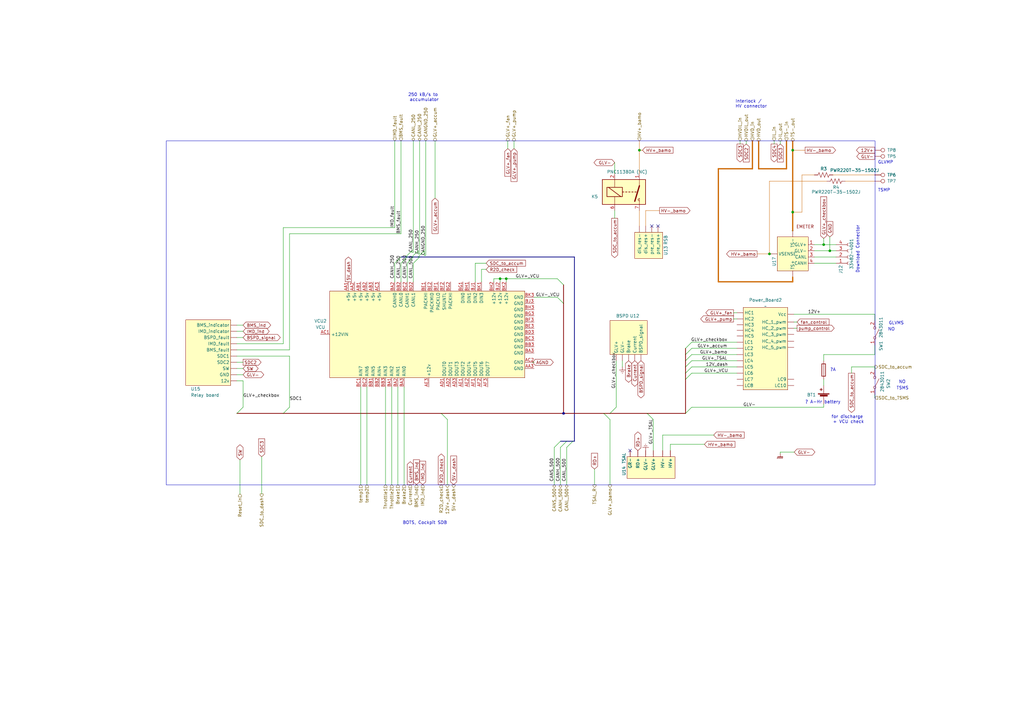
<source format=kicad_sch>
(kicad_sch (version 20231120) (generator "eeschema") (generator_version "8.0")
  (paper "A3")
  (title_block (title "SC FormulaE Electrical System"))
  (lib_symbols
    (symbol "Connector:Conn_01x04_Socket" (pin_names (offset 1.016) hide)
      (property "Reference" "J" (at 0 5.08 0))
      (property "Value" "Conn_01x04_Socket" (at 0 -7.62 0))
      (symbol "Conn_01x04_Socket_1_1"
        (arc (start 0 -4.572) (mid -0.5058 -5.08) (end 0 -5.588) (stroke (width 0.1524)))
        (arc (start 0 -2.032) (mid -0.5058 -2.54) (end 0 -3.048) (stroke (width 0.1524)))
        (polyline (pts (xy -1.27 -5.08) (xy -0.508 -5.08)) (stroke (width 0.1524)))
        (polyline (pts (xy -1.27 -2.54) (xy -0.508 -2.54)) (stroke (width 0.1524)))
        (polyline (pts (xy -1.27 0) (xy -0.508 0)) (stroke (width 0.1524)))
        (polyline (pts (xy -1.27 2.54) (xy -0.508 2.54)) (stroke (width 0.1524)))
        (arc (start 0 0.508) (mid -0.5058 0) (end 0 -0.508) (stroke (width 0.1524)))
        (arc (start 0 3.048) (mid -0.5058 2.54) (end 0 2.032) (stroke (width 0.1524)))
        (pin passive line (at -5.08 2.54 0) (length 3.81) (name "Pin_1") (number "1"))
        (pin passive line (at -5.08 0 0) (length 3.81) (name "Pin_2") (number "2"))
        (pin passive line (at -5.08 -2.54 0) (length 3.81) (name "Pin_3") (number "3"))
        (pin passive line (at -5.08 -5.08 0) (length 3.81) (name "Pin_4") (number "4"))
      )
    )
    (symbol "Connector:TestPoint" (pin_numbers hide) (pin_names (offset 0.762) hide)
      (property "Reference" "TP" (at 0 6.858 0))
      (property "Value" "TestPoint" (at 0 5.08 0))
      (symbol "TestPoint_0_1"
        (circle (center 0 3.302) (radius 0.762))
      )
      (symbol "TestPoint_1_1"
        (pin passive line (at 0 0 90) (length 2.54) (name "1") (number "1"))
      )
    )
    (symbol "Device:Battery_Cell" (pin_numbers hide) (pin_names (offset 0) hide)
      (property "Reference" "BT" (at 2.54 2.54 0))
      (property "Value" "Battery_Cell" (at 2.54 0 0))
      (symbol "Battery_Cell_0_1"
        (rectangle (start -2.286 1.778) (end 2.286 1.524) (fill (type outline)))
        (rectangle (start -1.5748 1.1938) (end 1.4732 0.6858) (fill (type outline)))
        (polyline (pts (xy 0 0.762) (xy 0 0)))
        (polyline (pts (xy 0 1.778) (xy 0 2.54)))
        (polyline (pts (xy 0.508 3.429) (xy 1.524 3.429)) (stroke (width 0.254)))
        (polyline (pts (xy 1.016 3.937) (xy 1.016 2.921)) (stroke (width 0.254)))
      )
      (symbol "Battery_Cell_1_1"
        (pin passive line (at 0 5.08 270) (length 2.54) (name "+") (number "1"))
        (pin passive line (at 0 -2.54 90) (length 2.54) (name "-") (number "2"))
      )
    )
    (symbol "Device:Fuse" (pin_numbers hide) (pin_names (offset 0))
      (property "Reference" "F" (at 2.032 0 90))
      (property "Value" "Fuse" (at -1.905 0 90))
      (symbol "Fuse_0_1"
        (rectangle (start -0.762 -2.54) (end 0.762 2.54) (stroke (width 0.254)))
        (polyline (pts (xy 0 2.54) (xy 0 -2.54)))
      )
      (symbol "Fuse_1_1"
        (pin passive line (at 0 3.81 270) (length 1.27) (name "~") (number "1"))
        (pin passive line (at 0 -3.81 90) (length 1.27) (name "~") (number "2"))
      )
    )
    (symbol "Device:R_US" (pin_numbers hide) (pin_names (offset 0))
      (property "Reference" "R" (at 2.54 0 90))
      (property "Value" "R_US" (at -2.54 0 90))
      (symbol "R_US_0_1"
        (polyline (pts (xy 0 -2.286) (xy 0 -2.54)))
        (polyline (pts (xy 0 2.286) (xy 0 2.54)))
        (polyline (pts (xy 0 -0.762) (xy 1.016 -1.143) (xy 0 -1.524) (xy -1.016 -1.905) (xy 0 -2.286)))
        (polyline (pts (xy 0 0.762) (xy 1.016 0.381) (xy 0 0) (xy -1.016 -0.381) (xy 0 -0.762)))
        (polyline (pts (xy 0 2.286) (xy 1.016 1.905) (xy 0 1.524) (xy -1.016 1.143) (xy 0 0.762)))
      )
      (symbol "R_US_1_1"
        (pin passive line (at 0 3.81 270) (length 1.27) (name "~") (number "1"))
        (pin passive line (at 0 -3.81 90) (length 1.27) (name "~") (number "2"))
      )
    )
    (symbol "FSAE:Emeter"
      (property "Reference" "U11" (at -7.62 15.875 90))
      (property "Value" "~" (at 0 3.175 0))
      (symbol "Emeter_0_1"
        (rectangle (start -6.35 19.685) (end 6.35 5.715) (fill (type background)))
        (text "EMETER\n\n" (at 5.08 2.54 0) (effects (font (size 1.27 1.27))))
      )
      (symbol "Emeter_1_1"
        (pin input line (at 0 22.225 270) (length 2.54) (name "TS+") (number ""))
        (pin input line (at 0 3.175 90) (length 2.54) (name "TS-") (number ""))
        (pin input line (at -8.89 12.7 0) (length 2.54) (name "VSENSE") (number ""))
        (pin input line (at 8.89 8.89 180) (length 2.54) (name "GLV+") (number "1"))
        (pin input line (at 8.89 11.43 180) (length 2.54) (name "GLV-") (number "2"))
        (pin bidirectional line (at 8.89 13.97 180) (length 2.54) (name "CANL") (number "3"))
        (pin bidirectional line (at 8.89 16.51 180) (length 2.54) (name "CANH") (number "4"))
      )
    )
    (symbol "FSAE:VCU"
      (property "Reference" "VCU3" (at -6.3186 48.26 90))
      (property "Value" "VCU" (at -3.7786 48.26 90))
      (symbol "VCU_0_1"
        (rectangle (start -17.78 44.45) (end 17.78 -35.56) (fill (type background)))
      )
      (symbol "VCU_1_1"
        (pin output line (at 21.59 36.83 180) (length 3.81) (name "+5v") (number "AA1"))
        (pin output line (at 21.59 34.29 180) (length 3.81) (name "+5v") (number "AA2"))
        (pin output line (at -13.97 -39.37 90) (length 3.81) (name "GND") (number "AA3"))
        (pin output line (at 21.59 31.75 180) (length 3.81) (name "+5v") (number "AB1"))
        (pin output line (at 21.59 29.21 180) (length 3.81) (name "+5v") (number "AB2"))
        (pin output line (at 21.59 26.67 180) (length 3.81) (name "+5v") (number "AB3"))
        (pin input line (at 0 48.26 270) (length 3.81) (name "+12VIN") (number "AC1"))
        (pin output line (at -11.43 -39.37 90) (length 3.81) (name "GND") (number "AC2"))
        (pin output line (at 21.59 24.13 180) (length 3.81) (name "+5v") (number "AC3"))
        (pin output line (at -21.59 -2.54 0) (length 3.81) (name "DOUT0") (number "AD1"))
        (pin output line (at -21.59 -5.08 0) (length 3.81) (name "DOUT1") (number "AD2"))
        (pin output line (at -21.59 -7.62 0) (length 3.81) (name "DOUT3") (number "AD3"))
        (pin output line (at -21.59 -10.16 0) (length 3.81) (name "DOUT2") (number "AE1"))
        (pin output line (at -21.59 -12.7 0) (length 3.81) (name "DOUT4") (number "AE2"))
        (pin output line (at -21.59 3.81 0) (length 3.81) (name "+12v") (number "AE3"))
        (pin output line (at -21.59 -15.24 0) (length 3.81) (name "DOUT5") (number "AF1"))
        (pin output line (at -21.59 -17.78 0) (length 3.81) (name "DOUT6") (number "AF2"))
        (pin output line (at -21.59 -20.32 0) (length 3.81) (name "DOUT7") (number "AF3"))
        (pin output line (at -21.59 19.05 0) (length 3.81) (name "AIN2") (number "BA1"))
        (pin output line (at -21.59 16.51 0) (length 3.81) (name "AIN1") (number "BA2"))
        (pin output line (at 21.59 17.78 180) (length 3.81) (name "CANH0") (number "BA2"))
        (pin output line (at -21.59 13.97 0) (length 3.81) (name "AIN0") (number "BA3"))
        (pin output line (at -7.62 -39.37 90) (length 3.81) (name "GND") (number "BA3"))
        (pin output line (at -21.59 26.67 0) (length 3.81) (name "AIN5") (number "BB1"))
        (pin output line (at -21.59 24.13 0) (length 3.81) (name "AIN4") (number "BB2"))
        (pin output line (at 21.59 15.24 180) (length 3.81) (name "CANL0") (number "BB2"))
        (pin output line (at -21.59 21.59 0) (length 3.81) (name "AIN3") (number "BB3"))
        (pin output line (at -5.08 -39.37 90) (length 3.81) (name "GND") (number "BB3"))
        (pin output line (at -21.59 31.75 0) (length 3.81) (name "AIN7") (number "BC1"))
        (pin output line (at -21.59 29.21 0) (length 3.81) (name "AIN6") (number "BC2"))
        (pin output line (at 21.59 12.7 180) (length 3.81) (name "CANH1") (number "BC2"))
        (pin output line (at -2.54 -39.37 90) (length 3.81) (name "GND") (number "BC3"))
        (pin output line (at 21.59 10.16 180) (length 3.81) (name "CANL1") (number "BD2"))
        (pin output line (at 0 -39.37 90) (length 3.81) (name "GND") (number "BD3"))
        (pin output line (at 21.59 5.08 180) (length 3.81) (name "PACKHI") (number "BE1"))
        (pin output line (at 21.59 2.54 180) (length 3.81) (name "PACKMID") (number "BE2"))
        (pin output line (at 2.54 -39.37 90) (length 3.81) (name "GND") (number "BE3"))
        (pin output line (at 21.59 0 180) (length 3.81) (name "PACKLO") (number "BF1"))
        (pin output line (at 21.59 -2.54 180) (length 3.81) (name "SHUNTL") (number "BF2"))
        (pin output line (at 5.08 -39.37 90) (length 3.81) (name "GND") (number "BF3"))
        (pin output line (at 21.59 -10.16 180) (length 3.81) (name "DIN0") (number "BG1"))
        (pin output line (at 21.59 -5.08 180) (length 3.81) (name "PACKHI") (number "BG2"))
        (pin output line (at 7.62 -39.37 90) (length 3.81) (name "GND") (number "BG3"))
        (pin output line (at 21.59 -12.7 180) (length 3.81) (name "DIN1") (number "BH1"))
        (pin output line (at 21.59 -22.86 180) (length 3.81) (name "+12v") (number "BH2"))
        (pin output line (at 10.16 -39.37 90) (length 3.81) (name "GND") (number "BH3"))
        (pin output line (at 21.59 -15.24 180) (length 3.81) (name "DIN2") (number "BJ1"))
        (pin output line (at 21.59 -25.4 180) (length 3.81) (name "+12v") (number "BJ2"))
        (pin output line (at 12.7 -39.37 90) (length 3.81) (name "GND") (number "BJ3"))
        (pin output line (at 21.59 -17.78 180) (length 3.81) (name "DIN3") (number "BK1"))
        (pin output line (at 21.59 -27.94 180) (length 3.81) (name "+12v") (number "BK2"))
        (pin output line (at 15.24 -39.37 90) (length 3.81) (name "GND") (number "BK3"))
      )
    )
    (symbol "Power_Board_1"
      (property "Reference" "Power_Board2" (at 14.224 30.48 0))
      (property "Value" "~" (at 14.224 27.94 0))
      (symbol "Power_Board_1_1_1"
        (rectangle (start 5.08 27.432) (end 23.368 -6.35) (fill (type background)))
        (pin input line (at 25.908 25.273 180) (length 2.54) (name "HC1") (number ""))
        (pin input line (at 25.908 22.733 180) (length 2.54) (name "HC2") (number ""))
        (pin input line (at 25.908 20.32 180) (length 2.54) (name "HC3") (number ""))
        (pin input line (at 25.908 18.034 180) (length 2.54) (name "HC4") (number ""))
        (pin input line (at 25.908 15.748 180) (length 2.54) (name "HC5") (number ""))
        (pin input line (at 2.54 21.463 0) (length 2.54) (name "HC_1_pwm") (number ""))
        (pin input line (at 2.54 18.923 0) (length 2.54) (name "HC_2_pwm") (number ""))
        (pin input line (at 2.54 16.383 0) (length 2.54) (name "HC_3_pwm") (number ""))
        (pin input line (at 2.54 13.589 0) (length 2.54) (name "HC_4_pwm") (number ""))
        (pin input line (at 2.54 11.049 0) (length 2.54) (name "HC_5_pwm") (number ""))
        (pin input line (at 25.908 13.208 180) (length 2.54) (name "LC1") (number ""))
        (pin input line (at 2.54 -4.572 0) (length 2.54) (name "LC10") (number ""))
        (pin input line (at 25.908 10.668 180) (length 2.54) (name "LC2") (number ""))
        (pin input line (at 25.908 8.128 180) (length 2.54) (name "LC3") (number ""))
        (pin input line (at 25.908 5.588 180) (length 2.54) (name "LC4") (number ""))
        (pin input line (at 25.908 3.048 180) (length 2.54) (name "LC5") (number ""))
        (pin input line (at 25.908 0.508 180) (length 2.54) (name "LC6") (number ""))
        (pin input line (at 25.908 -2.032 180) (length 2.54) (name "LC7") (number ""))
        (pin input line (at 25.908 -4.572 180) (length 2.54) (name "LC8") (number ""))
        (pin input line (at 2.54 -2.032 0) (length 2.54) (name "LC9") (number ""))
        (pin input line (at 2.54 24.638 0) (length 2.54) (name "Vcc") (number ""))
      )
    )
    (symbol "Random:BSPD"
      (property "Reference" "U" (at -3.81 5.08 0))
      (symbol "BSPD_1_1"
        (rectangle (start -6.35 3.81) (end 7.62 -11.43) (fill (type background)))
        (pin output line (at -8.89 -8.89 0) (length 2.54) (name "BSPD_signal") (number ""))
        (pin input line (at -8.89 -3.81 0) (length 2.54) (name "Brake") (number ""))
        (pin input line (at -8.89 -6.35 0) (length 2.54) (name "Current") (number ""))
        (pin input line (at -8.89 1.27 0) (length 2.54) (name "GLV+") (number ""))
        (pin input line (at -8.89 -1.27 0) (length 2.54) (name "GLV-") (number ""))
      )
    )
    (symbol "Random:RSB"
      (property "Reference" "U5" (at -5.715 6.985 0))
      (property "Value" "RSB" (at 0.635 6.985 0))
      (symbol "RSB_1_1"
        (rectangle (start -6.985 5.715) (end 3.81 -5.715) (fill (type background)))
        (pin input line (at 6.35 -1.27 180) (length 2.54) (name "dis_res+") (number ""))
        (pin input line (at 6.35 -3.81 180) (length 2.54) (name "dis_res-") (number ""))
        (pin input line (at 6.35 3.81 180) (length 2.54) (name "pre_res+") (number ""))
        (pin input line (at 6.35 1.27 180) (length 2.54) (name "pre_res-") (number ""))
      )
    )
    (symbol "Random:TSAL"
      (property "Reference" "U7" (at 12.7 0 0))
      (property "Value" "TSAL" (at 15.24 -2.54 0))
      (symbol "TSAL_1_1"
        (rectangle (start -8.255 4.445) (end 11.43 -4.445) (fill (type background)))
        (pin power_in line (at 0.635 -6.985 90) (length 2.54) (name "GLV+") (number ""))
        (pin power_in line (at 3.81 -6.985 90) (length 2.54) (name "GLV-") (number ""))
        (pin power_in line (at 10.16 -6.985 90) (length 2.54) (name "GR-") (number ""))
        (pin power_in line (at -6.35 -6.985 90) (length 2.54) (name "HV+") (number ""))
        (pin power_in line (at -3.175 -6.985 90) (length 2.54) (name "HV-") (number ""))
        (pin power_in line (at 6.985 -6.985 90) (length 2.54) (name "RD+") (number ""))
      )
    )
    (symbol "Relay:DIPxx-1Axx-11x"
      (property "Reference" "K" (at 8.89 3.81 0))
      (property "Value" "DIPxx-1Axx-11x" (at 8.89 1.27 0))
      (symbol "DIPxx-1Axx-11x_0_0"
        (polyline (pts (xy 5.08 5.08) (xy 5.08 2.54) (xy 4.445 3.175) (xy 5.08 3.81)))
      )
      (symbol "DIPxx-1Axx-11x_0_1"
        (rectangle (start -10.16 5.08) (end 7.62 -5.08) (stroke (width 0.254)) (fill (type background)))
        (rectangle (start -8.255 1.905) (end -1.905 -1.905) (stroke (width 0.254)))
        (polyline (pts (xy -7.62 -1.905) (xy -2.54 1.905)) (stroke (width 0.254)))
        (polyline (pts (xy -5.08 -5.08) (xy -5.08 -1.905)))
        (polyline (pts (xy -5.08 5.08) (xy -5.08 1.905)))
        (polyline (pts (xy -1.905 0) (xy -1.27 0)) (stroke (width 0.254)))
        (polyline (pts (xy -0.635 0) (xy 0 0)) (stroke (width 0.254)))
        (polyline (pts (xy 0.635 0) (xy 1.27 0)) (stroke (width 0.254)))
        (polyline (pts (xy 1.905 0) (xy 2.54 0)) (stroke (width 0.254)))
        (polyline (pts (xy 3.175 0) (xy 3.81 0)) (stroke (width 0.254)))
        (polyline (pts (xy 5.08 -2.54) (xy 3.175 3.81)) (stroke (width 0.508)))
        (polyline (pts (xy 5.08 -2.54) (xy 5.08 -5.08)))
      )
      (symbol "DIPxx-1Axx-11x_1_1"
        (pin passive line (at 5.08 -7.62 90) (length 2.54) (name "~") (number "1"))
        (pin passive line (at 5.08 -7.62 90) (length 2.54) hide (name "~") (number "14"))
        (pin passive line (at -5.08 -7.62 90) (length 2.54) (name "~") (number "2"))
        (pin passive line (at -5.08 7.62 270) (length 2.54) (name "~") (number "6"))
        (pin passive line (at 5.08 7.62 270) (length 2.54) (name "~") (number "7"))
        (pin passive line (at 5.08 7.62 270) (length 2.54) hide (name "~") (number "8"))
      )
    )
    (symbol "Relay_board_1"
      (property "Reference" "U14" (at -8.382 10.668 90))
      (property "Value" "Relay board" (at -10.922 10.668 90))
      (symbol "Relay_board_1_1_1"
        (rectangle (start -6.985 12.7) (end 19.939 -5.715) (fill (type background)))
        (pin power_in line (at -5.08 -8.255 90) (length 2.54) (name "12v") (number ""))
        (pin input line (at 7.62 -8.255 90) (length 2.54) (name "BMS_fault") (number ""))
        (pin output line (at 17.78 -8.255 90) (length 2.54) (name "BMS_indicator") (number ""))
        (pin input line (at 12.7 -8.255 90) (length 2.54) (name "BSPD_fault") (number ""))
        (pin power_in line (at -2.54 -8.255 90) (length 2.54) (name "GND") (number ""))
        (pin input line (at 10.16 -8.255 90) (length 2.54) (name "IMD_fault") (number ""))
        (pin output line (at 15.24 -8.255 90) (length 2.54) (name "IMD_indicator") (number ""))
        (pin input line (at 5.08 -8.255 90) (length 2.54) (name "SDC1") (number ""))
        (pin output line (at 2.54 -8.255 90) (length 2.54) (name "SDC2") (number ""))
        (pin input line (at 0 -8.255 90) (length 2.54) (name "SW") (number ""))
      )
    )
    (symbol "Switch:SW_SPST" (pin_names (offset 0) hide)
      (property "Reference" "SW" (at 0 3.175 0))
      (property "Value" "SW_SPST" (at 0 -2.54 0))
      (symbol "SW_SPST_0_0"
        (circle (center -2.032 0) (radius 0.508))
        (polyline (pts (xy -1.524 0.254) (xy 1.524 1.778)))
        (circle (center 2.032 0) (radius 0.508))
      )
      (symbol "SW_SPST_1_1"
        (pin passive line (at -5.08 0 0) (length 2.54) (name "A") (number "1"))
        (pin passive line (at 5.08 0 180) (length 2.54) (name "B") (number "2"))
      )
    )
    (symbol "power:Earth" (power) (pin_names (offset 0))
      (symbol "Earth_0_1"
        (polyline (pts (xy -0.635 -1.905) (xy 0.635 -1.905)))
        (polyline (pts (xy -0.127 -2.54) (xy 0.127 -2.54)))
        (polyline (pts (xy 0 -1.27) (xy 0 0)))
        (polyline (pts (xy 1.27 -1.27) (xy -1.27 -1.27)))
      )
      (symbol "Earth_1_1"
        (pin power_in line (at 0 0 270) (length 0) hide (name "Earth") (number "1"))
      )
    )
    (symbol "power:GNDPWR" (power) (pin_numbers hide) (pin_names (offset 0) hide)
      (property "Value" "GNDPWR" (at 0 -3.302 0))
      (symbol "GNDPWR_0_1"
        (polyline (pts (xy 0 -1.27) (xy 0 0)))
        (polyline (pts (xy -1.016 -1.27) (xy -1.27 -2.032) (xy -1.27 -2.032)) (stroke (width 0.2032)))
        (polyline (pts (xy -0.508 -1.27) (xy -0.762 -2.032) (xy -0.762 -2.032)) (stroke (width 0.2032)))
        (polyline (pts (xy 0 -1.27) (xy -0.254 -2.032) (xy -0.254 -2.032)) (stroke (width 0.2032)))
        (polyline (pts (xy 0.508 -1.27) (xy 0.254 -2.032) (xy 0.254 -2.032)) (stroke (width 0.2032)))
        (polyline (pts (xy 1.016 -1.27) (xy -1.016 -1.27) (xy -1.016 -1.27)) (stroke (width 0.2032)))
        (polyline (pts (xy 1.016 -1.27) (xy 0.762 -2.032) (xy 0.762 -2.032) (xy 0.762 -2.032)) (stroke (width 0.2032)))
      )
      (symbol "GNDPWR_1_1"
        (pin power_in line (at 0 0 270) (length 0) (name "~") (number "1"))
      )
    )
  )
  (junction (at 231.14 169.545))
  (junction (at 315.595 104.14))
  (junction (at 325.12 86.995))
  (junction (at 340.36 102.87))
  (junction (at 207.645 114.3))
  (junction (at 205.105 114.3))
  (junction (at 325.12 61.595))
  (junction (at 337.82 100.33))
  (junction (at 262.255 61.595))
  (no_connect (at 258.445 184.785))
  (no_connect (at 269.875 92.71))
  (no_connect (at 267.335 92.71))
  (bus_entry (at 265.43 169.545) (size 2.54 2.54))
  (bus_entry (at 232.41 180.975) (size -2.54 2.54))
  (bus_entry (at 250.19 169.545) (size 2.54 -2.54))
  (bus_entry (at 167.005 107.95) (size 2.54 -2.54))
  (bus_entry (at 161.925 107.95) (size 2.54 -2.54))
  (bus_entry (at 247.65 169.545) (size 2.54 2.54))
  (bus_entry (at 228.6 114.3) (size 2.54 2.54))
  (bus_entry (at 281.178 169.545) (size 2.54 -2.54))
  (bus_entry (at 169.545 107.95) (size 2.54 -2.54))
  (bus_entry (at 281.178 145.415) (size 2.54 -2.54))
  (bus_entry (at 228.6 121.92) (size 2.54 2.54))
  (bus_entry (at 281.178 153.035) (size 2.54 -2.54))
  (bus_entry (at 234.95 180.975) (size -2.54 2.54))
  (bus_entry (at 281.178 150.495) (size 2.54 -2.54))
  (bus_entry (at 164.465 107.95) (size 2.54 -2.54))
  (bus_entry (at 180.975 169.545) (size 2.54 2.54))
  (bus_entry (at 168.91 102.87) (size -2.54 2.54))
  (bus_entry (at 281.178 142.875) (size 2.54 -2.54))
  (bus_entry (at 281.178 155.575) (size 2.54 -2.54))
  (bus_entry (at 281.178 147.955) (size 2.54 -2.54))
  (bus_entry (at 171.45 105.41) (size 2.54 -2.54))
  (bus_entry (at 118.745 167.005) (size -2.54 2.54))
  (bus_entry (at 168.91 105.41) (size 2.54 -2.54))
  (bus_entry (at 229.87 180.975) (size -2.54 2.54))
  (bus_entry (at 99.695 167.005) (size -2.54 2.54))
  (wire (pts (xy 202.565 114.3) (xy 205.105 114.3)))
  (wire (pts (xy 147.955 198.755) (xy 147.955 158.75)))
  (wire (pts (xy 315.595 74.295) (xy 315.595 104.14)) (stroke (width 0) (color 204 102 0 1)))
  (bus (pts (xy 250.19 169.545) (xy 265.43 169.545)) (stroke (width 0) (color 132 0 0 1)))
  (wire (pts (xy 326.898 134.62) (xy 325.628 134.62)))
  (wire (pts (xy 197.485 110.49) (xy 197.485 115.57)))
  (wire (pts (xy 358.775 145.415) (xy 337.82 145.415)))
  (wire (pts (xy 174.625 104.775) (xy 174.625 57.785)))
  (bus (pts (xy 166.37 105.41) (xy 164.465 105.41)))
  (wire (pts (xy 326.898 132.08) (xy 325.628 132.08)))
  (wire (pts (xy 267.97 172.085) (xy 267.97 184.785)))
  (wire (pts (xy 302.26 145.415) (xy 283.718 145.415)))
  (wire (pts (xy 337.82 100.33) (xy 334.01 100.33)))
  (wire (pts (xy 283.718 150.495) (xy 302.26 150.495)))
  (wire (pts (xy 342.9 100.33) (xy 337.82 100.33)))
  (wire (pts (xy 340.36 97.155) (xy 340.36 102.87)))
  (bus (pts (xy 281.178 147.955) (xy 281.178 150.495)) (stroke (width 0) (color 132 0 0 1)))
  (wire (pts (xy 340.36 102.87) (xy 334.01 102.87)))
  (wire (pts (xy 168.91 103.505) (xy 168.91 102.87)))
  (wire (pts (xy 243.84 198.755) (xy 243.84 192.405)))
  (wire (pts (xy 97.155 151.13) (xy 99.695 151.13)))
  (wire (pts (xy 358.775 163.195) (xy 358.775 161.925)))
  (wire (pts (xy 165.735 158.75) (xy 165.735 198.755)))
  (wire (pts (xy 171.45 104.14) (xy 172.085 104.14)))
  (wire (pts (xy 107.315 187.325) (xy 107.315 202.565)))
  (wire (pts (xy 320.04 185.42) (xy 325.755 185.42)))
  (wire (pts (xy 262.255 92.71) (xy 262.255 86.36)) (stroke (width 0) (color 204 102 0 1)))
  (wire (pts (xy 99.695 156.21) (xy 99.695 167.005)))
  (wire (pts (xy 202.565 115.57) (xy 202.565 114.3)))
  (wire (pts (xy 99.695 148.59) (xy 97.155 148.59)))
  (wire (pts (xy 99.695 135.89) (xy 97.155 135.89)))
  (wire (pts (xy 341.63 71.755) (xy 358.775 71.755)) (stroke (width 0) (color 204 102 0 1)))
  (wire (pts (xy 210.82 57.785) (xy 210.82 60.96)))
  (wire (pts (xy 317.5 57.785) (xy 317.5 59.055)))
  (wire (pts (xy 322.58 69.215) (xy 322.58 57.785)) (stroke (width 0.508) (color 204 102 0 1)))
  (bus (pts (xy 180.975 169.545) (xy 116.205 169.545)) (stroke (width 0) (color 132 0 0 1)))
  (wire (pts (xy 118.745 146.05) (xy 118.745 167.005)))
  (wire (pts (xy 227.33 183.515) (xy 227.33 198.755)))
  (wire (pts (xy 205.105 114.3) (xy 207.645 114.3)))
  (wire (pts (xy 349.25 150.495) (xy 358.775 150.495)))
  (wire (pts (xy 274.955 184.785) (xy 274.955 182.245)))
  (wire (pts (xy 199.39 110.49) (xy 197.485 110.49)))
  (wire (pts (xy 171.45 104.14) (xy 171.45 102.87)))
  (wire (pts (xy 255.27 150.495) (xy 255.27 147.955)))
  (wire (pts (xy 116.205 93.345) (xy 161.925 93.345)))
  (wire (pts (xy 207.645 114.3) (xy 228.6 114.3)))
  (wire (pts (xy 320.04 57.785) (xy 320.04 59.055)))
  (wire (pts (xy 252.095 89.535) (xy 252.095 86.36)))
  (wire (pts (xy 358.775 150.495) (xy 358.775 151.765)))
  (wire (pts (xy 337.82 145.415) (xy 337.82 147.955)))
  (bus (pts (xy 231.14 124.46) (xy 231.14 169.545)) (stroke (width 0) (color 132 0 0 1)))
  (wire (pts (xy 150.495 158.75) (xy 150.495 198.755)))
  (wire (pts (xy 262.255 71.12) (xy 262.255 61.595)) (stroke (width 0) (color 204 102 0 1)))
  (wire (pts (xy 358.775 128.905) (xy 358.775 131.445)))
  (wire (pts (xy 99.695 133.35) (xy 97.155 133.35)))
  (wire (pts (xy 349.25 153.035) (xy 349.25 150.495)))
  (wire (pts (xy 337.82 158.115) (xy 337.82 155.575)))
  (wire (pts (xy 310.515 104.14) (xy 315.595 104.14)) (stroke (width 0) (color 204 102 0 1)))
  (wire (pts (xy 219.075 148.59) (xy 218.44 148.59)))
  (wire (pts (xy 172.085 104.14) (xy 172.085 57.785)))
  (wire (pts (xy 116.205 140.97) (xy 116.205 93.345)))
  (bus (pts (xy 281.178 153.035) (xy 281.178 155.575)) (stroke (width 0) (color 132 0 0 1)))
  (wire (pts (xy 283.718 153.035) (xy 302.26 153.035)))
  (wire (pts (xy 325.12 86.995) (xy 325.12 94.615)) (stroke (width 0.508) (color 204 102 0 1)))
  (wire (pts (xy 315.595 104.14) (xy 316.23 104.14)) (stroke (width 0) (color 204 102 0 1)))
  (wire (pts (xy 358.775 141.605) (xy 358.775 145.415)))
  (wire (pts (xy 308.61 69.215) (xy 308.61 57.785)) (stroke (width 0.508) (color 204 102 0 1)))
  (wire (pts (xy 325.12 61.595) (xy 325.12 86.995)) (stroke (width 0.508) (color 204 102 0 1)))
  (wire (pts (xy 250.19 172.085) (xy 250.19 198.755)))
  (wire (pts (xy 325.12 115.57) (xy 325.12 113.665)) (stroke (width 0.508) (color 204 102 0 1)))
  (wire (pts (xy 270.51 86.36) (xy 264.795 86.36)) (stroke (width 0) (color 204 102 0 1)))
  (wire (pts (xy 322.58 69.215) (xy 311.15 69.215)) (stroke (width 0.508) (color 204 102 0 1)))
  (wire (pts (xy 264.795 92.71) (xy 264.795 86.36)) (stroke (width 0) (color 204 102 0 1)))
  (wire (pts (xy 178.435 57.785) (xy 178.435 81.28)))
  (wire (pts (xy 169.545 103.505) (xy 169.545 57.785)))
  (wire (pts (xy 98.425 188.595) (xy 98.425 202.565)))
  (bus (pts (xy 169.545 105.41) (xy 168.91 105.41)))
  (wire (pts (xy 252.73 167.005) (xy 252.73 147.955)))
  (wire (pts (xy 271.78 178.435) (xy 271.78 184.785)))
  (wire (pts (xy 274.955 182.245) (xy 288.925 182.245)))
  (wire (pts (xy 294.64 115.57) (xy 325.12 115.57)) (stroke (width 0.508) (color 204 102 0 1)))
  (bus (pts (xy 281.178 142.875) (xy 281.178 145.415)) (stroke (width 0) (color 132 0 0 1)))
  (bus (pts (xy 235.585 180.975) (xy 234.95 180.975)))
  (wire (pts (xy 232.41 183.515) (xy 232.41 198.755)))
  (wire (pts (xy 97.155 153.67) (xy 99.695 153.67)))
  (bus (pts (xy 171.45 105.41) (xy 172.085 105.41)))
  (wire (pts (xy 337.82 167.005) (xy 337.82 165.735)))
  (wire (pts (xy 306.07 59.055) (xy 306.07 57.785)))
  (bus (pts (xy 231.14 169.545) (xy 247.65 169.545)) (stroke (width 0) (color 132 0 0 1)))
  (wire (pts (xy 311.15 69.215) (xy 311.15 57.785)) (stroke (width 0.508) (color 204 102 0 1)))
  (bus (pts (xy 168.91 105.41) (xy 167.005 105.41)))
  (bus (pts (xy 281.178 145.415) (xy 281.178 147.955)) (stroke (width 0) (color 132 0 0 1)))
  (wire (pts (xy 118.745 95.885) (xy 118.745 143.51)))
  (wire (pts (xy 328.93 71.755) (xy 328.93 86.995)) (stroke (width 0) (color 204 102 0 1)))
  (wire (pts (xy 334.01 107.95) (xy 342.9 107.95)))
  (bus (pts (xy 167.005 105.41) (xy 166.37 105.41)))
  (wire (pts (xy 164.465 95.885) (xy 118.745 95.885)))
  (wire (pts (xy 161.925 57.785) (xy 161.925 93.345)))
  (wire (pts (xy 283.718 147.955) (xy 302.26 147.955)))
  (wire (pts (xy 271.78 178.435) (xy 292.735 178.435)))
  (wire (pts (xy 99.695 138.43) (xy 97.155 138.43)))
  (wire (pts (xy 328.93 86.995) (xy 325.12 86.995)) (stroke (width 0) (color 204 102 0 1)))
  (bus (pts (xy 169.545 105.41) (xy 171.45 105.41)))
  (wire (pts (xy 302.26 142.875) (xy 283.718 142.875)))
  (wire (pts (xy 158.115 158.75) (xy 158.115 198.755)))
  (wire (pts (xy 346.71 74.295) (xy 358.775 74.295)) (stroke (width 0) (color 204 102 0 1)))
  (wire (pts (xy 173.99 104.775) (xy 174.625 104.775)))
  (wire (pts (xy 262.255 61.595) (xy 263.525 61.595)) (stroke (width 0) (color 204 102 0 1)))
  (bus (pts (xy 232.41 180.975) (xy 229.87 180.975)))
  (wire (pts (xy 183.515 172.085) (xy 183.515 198.755)))
  (wire (pts (xy 342.9 102.87) (xy 340.36 102.87)))
  (bus (pts (xy 235.585 105.41) (xy 235.585 180.975)))
  (wire (pts (xy 283.718 140.335) (xy 302.26 140.335)))
  (wire (pts (xy 300.863 128.27) (xy 302.26 128.27)))
  (wire (pts (xy 207.645 115.57) (xy 207.645 114.3)))
  (wire (pts (xy 300.863 130.81) (xy 302.26 130.81)))
  (bus (pts (xy 180.975 169.545) (xy 231.14 169.545)) (stroke (width 0) (color 132 0 0 1)))
  (wire (pts (xy 337.82 97.79) (xy 337.82 100.33)))
  (wire (pts (xy 173.99 104.775) (xy 173.99 102.87)))
  (wire (pts (xy 325.628 128.905) (xy 358.775 128.905)))
  (wire (pts (xy 167.005 107.95) (xy 167.005 115.57)))
  (wire (pts (xy 328.93 71.755) (xy 334.01 71.755)) (stroke (width 0) (color 204 102 0 1)))
  (bus (pts (xy 281.178 169.545) (xy 281.178 155.575)) (stroke (width 0) (color 132 0 0 1)))
  (wire (pts (xy 205.105 115.57) (xy 205.105 114.3)))
  (wire (pts (xy 342.9 105.41) (xy 334.01 105.41)))
  (wire (pts (xy 320.04 186.055) (xy 320.04 185.42)))
  (wire (pts (xy 161.925 107.95) (xy 161.925 115.57)))
  (wire (pts (xy 164.465 107.95) (xy 164.465 115.57)))
  (wire (pts (xy 219.075 121.92) (xy 228.6 121.92)))
  (wire (pts (xy 97.155 146.05) (xy 118.745 146.05)))
  (wire (pts (xy 325.12 57.785) (xy 325.12 61.595)) (stroke (width 0.508) (color 204 102 0 1)))
  (bus (pts (xy 281.178 150.495) (xy 281.178 153.035)) (stroke (width 0) (color 132 0 0 1)))
  (bus (pts (xy 234.95 180.975) (xy 232.41 180.975)))
  (wire (pts (xy 294.64 69.215) (xy 308.61 69.215)) (stroke (width 0.508) (color 204 102 0 1)))
  (bus (pts (xy 172.085 105.41) (xy 235.585 105.41)))
  (wire (pts (xy 168.91 103.505) (xy 169.545 103.505)))
  (wire (pts (xy 229.87 183.515) (xy 229.87 198.755)))
  (wire (pts (xy 116.205 140.97) (xy 97.155 140.97)))
  (wire (pts (xy 337.82 167.005) (xy 283.718 167.005)))
  (wire (pts (xy 294.64 69.215) (xy 294.64 115.57)) (stroke (width 0.508) (color 204 102 0 1)))
  (wire (pts (xy 97.155 143.51) (xy 118.745 143.51)))
  (bus (pts (xy 97.155 169.545) (xy 116.205 169.545)) (stroke (width 0) (color 132 0 0 1)))
  (wire (pts (xy 194.945 107.95) (xy 194.945 115.57)))
  (wire (pts (xy 163.195 158.75) (xy 163.195 198.755)))
  (wire (pts (xy 208.28 57.785) (xy 208.28 60.96)))
  (bus (pts (xy 247.65 169.545) (xy 250.19 169.545)) (stroke (width 0) (color 132 0 0 1)))
  (wire (pts (xy 262.255 61.595) (xy 262.255 57.785)) (stroke (width 0) (color 204 102 0 1)))
  (wire (pts (xy 330.2 61.595) (xy 325.12 61.595)) (stroke (width 0) (color 204 102 0 1)))
  (wire (pts (xy 303.53 59.055) (xy 303.53 57.785)))
  (wire (pts (xy 169.545 107.95) (xy 169.545 115.57)))
  (wire (pts (xy 199.39 107.95) (xy 194.945 107.95)))
  (wire (pts (xy 164.465 57.785) (xy 164.465 95.885)))
  (bus (pts (xy 265.43 169.545) (xy 281.178 169.545)) (stroke (width 0) (color 132 0 0 1)))
  (wire (pts (xy 160.655 158.75) (xy 160.655 198.755)))
  (wire (pts (xy 97.155 156.21) (xy 99.695 156.21)))
  (wire (pts (xy 252.095 71.12) (xy 252.095 66.675)))
  (bus (pts (xy 231.14 116.84) (xy 231.14 124.46)) (stroke (width 0) (color 132 0 0 1)))
  (wire (pts (xy 315.595 74.295) (xy 339.09 74.295)) (stroke (width 0) (color 204 102 0 1)))
  (rectangle (start 68.199 57.785) (end 358.902 198.882))
  (text "BOTS, Cockpit SDB" (at 165.1 215.265 0) (effects (font (size 1.27 1.27)) (justify left bottom)))
  (text "GLVMP" (at 363.22 66.675 0) (effects (font (size 1.27 1.27))))
  (text "TSMP" (at 362.585 78.105 0) (effects (font (size 1.27 1.27))))
  (text "NO" (at 367.03 135.89 0) (effects (font (size 1.27 1.27)) (justify right bottom)))
  (text "Interlock / \nHV connector" (at 301.625 44.45 0) (effects (font (size 1.27 1.27)) (justify left bottom)))
  (text "?A\n" (at 341.63 151.765 0) (effects (font (size 1.27 1.27))))
  (text "Download Connector" (at 351.79 102.235 90) (effects (font (size 1.27 1.27))))
  (text "TSMS\n" (at 367.665 160.02 0) (effects (font (size 1.27 1.27)) (justify left bottom)))
  (text "? A-Hr battery" (at 330.2 165.735 0) (effects (font (size 1.27 1.27)) (justify left bottom)))
  (text "for discharge \n+ VCU check" (at 347.98 172.085 0) (effects (font (size 1.27 1.27))))
  (text "NO" (at 371.475 157.48 0) (effects (font (size 1.27 1.27)) (justify right bottom)))
  (text "GLVMS" (at 364.49 133.35 0) (effects (font (size 1.27 1.27)) (justify left bottom)))
  (text "250 kB/s to \naccumulator" (at 173.99 40.005 0) (effects (font (size 1.27 1.27))))
  (label "GLV+_VCU" (at 288.798 153.035 0))
  (label "GLV+_checkbox" (at 298.323 140.335 180))
  (label "SDC1" (at 118.745 164.465 0))
  (label "CANL_250" (at 169.545 103.505 90))
  (label "12V_dash" (at 289.433 150.495 0))
  (label "GLV+_bamo" (at 298.323 145.415 180))
  (label "CANH_500" (at 167.005 114.3 90))
  (label "GLV-_VCU" (at 219.71 121.92 0))
  (label "GLV+_accum" (at 298.323 142.875 180))
  (label "CANH_250" (at 172.085 104.14 90))
  (label "IMD_fault" (at 161.925 93.345 90))
  (label "GLV+_checkbox" (at 99.695 163.195 0))
  (label "CANL_250" (at 164.465 114.3 90))
  (label "GLV+_VCU" (at 211.455 114.3 0))
  (label "BMS_fault" (at 164.465 95.885 90))
  (label "CANH_500" (at 229.87 197.485 90))
  (label "GLV+_TSAL" (at 267.97 182.245 90))
  (label "GLV-" (at 304.8 167.005 0))
  (label "CANGND_250" (at 174.625 104.775 90))
  (label "CANL_500" (at 169.545 114.3 90))
  (label "CANH_250" (at 161.925 114.3 90))
  (label "12V+" (at 331.343 128.905 0))
  (label "CANS_500" (at 227.33 197.485 90))
  (label "GLV+_checkbox" (at 252.73 159.385 90))
  (label "GLV+_TSAL" (at 298.323 147.955 180))
  (label "CANL_500" (at 232.41 197.485 90))
  (global_label "12V+" (shape output) (at 358.775 61.595 180) (property "Intersheetrefs" "${INTERSHEET_REFS}" (effects (hide yes))))
  (global_label "RD+" (shape bidirectional) (at 261.62 184.785 90) (property "Intersheetrefs" "${INTERSHEET_REFS}" (effects (hide yes))))
  (global_label "IMD_ind" (shape input) (at 173.355 198.755 90) (property "Intersheetrefs" "${INTERSHEET_REFS}" (effects (hide yes))))
  (global_label "SDC_to_accum" (shape output) (at 349.25 153.035 270) (property "Intersheetrefs" "${INTERSHEET_REFS}" (effects (hide yes))))
  (global_label "IMD_ind" (shape bidirectional) (at 99.695 135.89 0) (property "Intersheetrefs" "${INTERSHEET_REFS}" (effects (hide yes))))
  (global_label "5V_dash" (shape output) (at 142.875 115.57 90) (property "Intersheetrefs" "${INTERSHEET_REFS}" (effects (hide yes))))
  (global_label "GND" (shape input) (at 340.36 97.155 90) (property "Intersheetrefs" "${INTERSHEET_REFS}" (effects (hide yes))))
  (global_label "Current" (shape output) (at 168.275 198.755 90) (property "Intersheetrefs" "${INTERSHEET_REFS}" (effects (hide yes))))
  (global_label "SDC3" (shape input) (at 320.04 59.055 270) (property "Intersheetrefs" "${INTERSHEET_REFS}" (effects (hide yes))))
  (global_label "R2D_check" (shape input) (at 199.39 110.49 0) (property "Intersheetrefs" "${INTERSHEET_REFS}" (effects (hide yes))))
  (global_label "fan_control" (shape input) (at 326.898 132.08 0) (property "Intersheetrefs" "${INTERSHEET_REFS}" (effects (hide yes))))
  (global_label "Current" (shape bidirectional) (at 260.35 147.955 270) (property "Intersheetrefs" "${INTERSHEET_REFS}" (effects (hide yes))))
  (global_label "SDC3" (shape input) (at 107.315 187.325 90) (property "Intersheetrefs" "${INTERSHEET_REFS}" (effects (hide yes))))
  (global_label "GLV-" (shape output) (at 358.775 64.135 180) (property "Intersheetrefs" "${INTERSHEET_REFS}" (effects (hide yes))))
  (global_label "SW" (shape bidirectional) (at 98.425 188.595 90) (property "Intersheetrefs" "${INTERSHEET_REFS}" (effects (hide yes))))
  (global_label "5V+_dash" (shape input) (at 186.055 198.755 90) (property "Intersheetrefs" "${INTERSHEET_REFS}" (effects (hide yes))))
  (global_label "GLV+_pump" (shape output) (at 300.863 130.81 180) (property "Intersheetrefs" "${INTERSHEET_REFS}" (effects (hide yes))))
  (global_label "BMS_ind" (shape bidirectional) (at 99.695 133.35 0) (property "Intersheetrefs" "${INTERSHEET_REFS}" (effects (hide yes))))
  (global_label "GLV+_checkbox" (shape input) (at 337.82 97.79 90) (property "Intersheetrefs" "${INTERSHEET_REFS}" (effects (hide yes))))
  (global_label "SDC2" (shape output) (at 99.695 148.59 0) (property "Intersheetrefs" "${INTERSHEET_REFS}" (effects (hide yes))))
  (global_label "Brake" (shape bidirectional) (at 257.81 147.955 270) (property "Intersheetrefs" "${INTERSHEET_REFS}" (effects (hide yes))))
  (global_label "GLV+_accum" (shape input) (at 178.435 81.28 270) (property "Intersheetrefs" "${INTERSHEET_REFS}" (effects (hide yes))))
  (global_label "GLV-" (shape bidirectional) (at 325.755 185.42 0) (property "Intersheetrefs" "${INTERSHEET_REFS}" (effects (hide yes))))
  (global_label "HV+_bamo" (shape input) (at 288.925 182.245 0) (property "Intersheetrefs" "${INTERSHEET_REFS}" (effects (hide yes))))
  (global_label "SDC3" (shape output) (at 303.53 59.055 270) (property "Intersheetrefs" "${INTERSHEET_REFS}" (effects (hide yes))))
  (global_label "BSPD_signal" (shape bidirectional) (at 262.89 147.955 270) (property "Intersheetrefs" "${INTERSHEET_REFS}" (effects (hide yes))))
  (global_label "GLV+_fan" (shape input) (at 208.28 60.96 270) (property "Intersheetrefs" "${INTERSHEET_REFS}" (effects (hide yes))))
  (global_label "GLV-" (shape bidirectional) (at 99.695 153.67 0) (property "Intersheetrefs" "${INTERSHEET_REFS}" (effects (hide yes))))
  (global_label "HV+_bamo" (shape output) (at 310.515 104.14 180) (property "Intersheetrefs" "${INTERSHEET_REFS}" (effects (hide yes))))
  (global_label "HV-_bamo" (shape input) (at 292.735 178.435 0) (property "Intersheetrefs" "${INTERSHEET_REFS}" (effects (hide yes))))
  (global_label "BSPD_signal" (shape bidirectional) (at 99.695 138.43 0) (property "Intersheetrefs" "${INTERSHEET_REFS}" (effects (hide yes))))
  (global_label "SW" (shape bidirectional) (at 99.695 151.13 0) (property "Intersheetrefs" "${INTERSHEET_REFS}" (effects (hide yes))))
  (global_label "RD+" (shape input) (at 243.84 192.405 90) (property "Intersheetrefs" "${INTERSHEET_REFS}" (effects (hide yes))))
  (global_label "SDC4" (shape output) (at 317.5 59.055 270) (property "Intersheetrefs" "${INTERSHEET_REFS}" (effects (hide yes))))
  (global_label "HV-_bamo" (shape output) (at 330.2 61.595 0) (property "Intersheetrefs" "${INTERSHEET_REFS}" (effects (hide yes))))
  (global_label "HV-_bamo" (shape output) (at 270.51 86.36 0) (property "Intersheetrefs" "${INTERSHEET_REFS}" (effects (hide yes))))
  (global_label "AGND" (shape bidirectional) (at 218.44 148.59 0) (property "Intersheetrefs" "${INTERSHEET_REFS}" (effects (hide yes))))
  (global_label "HV+_bamo" (shape input) (at 263.525 61.595 0) (property "Intersheetrefs" "${INTERSHEET_REFS}" (effects (hide yes))))
  (global_label "R2D_check" (shape output) (at 180.975 198.755 90) (property "Intersheetrefs" "${INTERSHEET_REFS}" (effects (hide yes))))
  (global_label "SDC2" (shape input) (at 306.07 59.055 270) (property "Intersheetrefs" "${INTERSHEET_REFS}" (effects (hide yes))))
  (global_label "GLV+_fan" (shape output) (at 300.863 128.27 180) (property "Intersheetrefs" "${INTERSHEET_REFS}" (effects (hide yes))))
  (global_label "SDC_to_accum" (shape output) (at 252.095 89.535 270) (property "Intersheetrefs" "${INTERSHEET_REFS}" (effects (hide yes))))
  (global_label "BMS_ind" (shape input) (at 170.815 198.755 90) (property "Intersheetrefs" "${INTERSHEET_REFS}" (effects (hide yes))))
  (global_label "GLV-" (shape bidirectional) (at 252.095 66.675 180) (property "Intersheetrefs" "${INTERSHEET_REFS}" (effects (hide yes))))
  (global_label "GLV+_pump" (shape input) (at 210.82 60.96 270) (property "Intersheetrefs" "${INTERSHEET_REFS}" (effects (hide yes))))
  (global_label "SDC_to_accum" (shape input) (at 199.39 107.95 0) (property "Intersheetrefs" "${INTERSHEET_REFS}" (effects (hide yes))))
  (global_label "pump_control" (shape output) (at 326.898 134.62 0) (property "Intersheetrefs" "${INTERSHEET_REFS}" (effects (hide yes))))
  (hierarchical_label "CANL_500" (shape bidirectional) (at 232.41 198.755 270))
  (hierarchical_label "temp2" (shape input) (at 150.495 198.755 270))
  (hierarchical_label "R2D_check" (shape input) (at 180.975 198.755 270))
  (hierarchical_label "SDC_to_TSMS" (shape input) (at 358.775 163.195 0))
  (hierarchical_label "HVDIL_out" (shape output) (at 306.07 57.785 90))
  (hierarchical_label "SDC_to_accum" (shape output) (at 358.775 150.495 0))
  (hierarchical_label "Throttle2" (shape input) (at 160.655 198.755 270))
  (hierarchical_label "CANH_500" (shape bidirectional) (at 229.87 198.755 270))
  (hierarchical_label "IMD_fault" (shape input) (at 161.925 57.785 90))
  (hierarchical_label "CANGND_250" (shape bidirectional) (at 174.625 57.785 90))
  (hierarchical_label "TS-_out" (shape output) (at 325.12 57.785 90))
  (hierarchical_label "TSAL_R" (shape output) (at 243.84 198.755 270))
  (hierarchical_label "temp1" (shape input) (at 147.955 198.755 270))
  (hierarchical_label "5V+_dash" (shape output) (at 186.055 198.755 270))
  (hierarchical_label "HVD_out" (shape output) (at 311.15 57.785 90))
  (hierarchical_label "CANL_250" (shape bidirectional) (at 169.545 57.785 90))
  (hierarchical_label "Current" (shape input) (at 168.275 198.755 270))
  (hierarchical_label "GLV+_bamo" (shape output) (at 250.19 198.755 270))
  (hierarchical_label "Brake2" (shape input) (at 165.735 198.755 270))
  (hierarchical_label "IMD_ind" (shape input) (at 173.355 198.755 270))
  (hierarchical_label "CANH_250" (shape bidirectional) (at 172.085 57.785 90))
  (hierarchical_label "HVD_in" (shape input) (at 308.61 57.785 90))
  (hierarchical_label "GLV+_fan" (shape output) (at 208.28 57.785 90))
  (hierarchical_label "12V+_dash" (shape output) (at 183.515 198.755 270))
  (hierarchical_label "Brake1" (shape input) (at 163.195 198.755 270))
  (hierarchical_label "SDC_to_dash" (shape output) (at 107.315 202.565 270))
  (hierarchical_label "HV+_bamo" (shape input) (at 262.255 57.785 90))
  (hierarchical_label "BMS_ind" (shape input) (at 170.815 198.755 270))
  (hierarchical_label "BMS_fault" (shape input) (at 164.465 57.785 90))
  (hierarchical_label "IL_out" (shape output) (at 320.04 57.785 90))
  (hierarchical_label "CANS_500" (shape bidirectional) (at 227.33 198.755 270))
  (hierarchical_label "HVDIL_in" (shape input) (at 303.53 57.785 90))
  (hierarchical_label "TS-_in" (shape input) (at 322.58 57.785 90))
  (hierarchical_label "Reset_in" (shape input) (at 98.425 202.565 270))
  (hierarchical_label "GLV+_pump" (shape output) (at 210.82 57.785 90))
  (hierarchical_label "GLV+_accum" (shape output) (at 178.435 57.785 90))
  (hierarchical_label "Throttle1" (shape input) (at 158.115 198.755 270))
  (hierarchical_label "IL_in" (shape input) (at 317.5 57.785 90))
  (symbol (lib_id "power:GNDPWR") (at 320.04 186.055 0) (unit 1)
    (property "Reference" "#PWR09" (effects (hide yes)))
    (property "Value" "GNDPWR" (effects (hide yes)))
    (property "Description" "Power symbol creates a global label with name \"GNDPWR\" , global ground" (effects (hide yes)))
  )
  (symbol (lib_name "Relay_board_1") (lib_id "Random:Relay_board") (at 88.9 151.13 90) (unit 1)
    (property "Reference" "U15" (at 78.232 159.512 90) (effects (justify right)))
    (property "Value" "Relay board" (at 78.232 162.052 90) (effects (justify right)))
  )
  (symbol (lib_id "FSAE:VCU") (at 179.705 137.16 90) (unit 1)
    (property "Reference" "VCU2" (at 131.445 131.6638 90))
    (property "Value" "VCU" (at 131.445 134.2038 90))
  )
  (symbol (lib_id "Device:Battery_Cell") (at 337.82 163.195 0) (mirror y) (unit 1)
    (property "Reference" "BT1" (at 334.645 161.925 0) (effects (justify left)))
    (property "Value" "Battery_Cell" (effects (hide yes)))
  )
  (symbol (lib_id "Device:Fuse") (at 337.82 151.765 0) (mirror x) (unit 1)
    (property "Reference" "F3" (effects (hide yes)))
    (property "Value" "Fuse" (effects (hide yes)))
  )
  (symbol (lib_id "Relay:DIPxx-1Axx-11x") (at 257.175 78.74 0) (mirror x) (unit 1)
    (property "Reference" "K5" (at 242.57 80.645 0) (effects (justify left)))
    (property "Value" "PNC113BDA (NC)" (at 248.92 70.485 0) (effects (justify left)))
    (property "Footprint" "Relay_THT:Relay_StandexMeder_DIP_LowProfile" (effects (hide yes)))
    (property "Datasheet" "https://www.sensata.com/sites/default/files/a/sensata-gigavac-gv24-sereies-800v-contactors-datasheet.pdf" (effects (hide yes)))
  )
  (symbol (lib_id "Switch:SW_SPST") (at 358.775 136.525 270) (mirror x) (unit 1)
    (property "Reference" "SW1" (at 361.315 139.827 0) (effects (justify right)))
    (property "Value" "2843011" (at 361.315 129.921 0) (effects (justify right)))
  )
  (symbol (lib_id "power:Earth") (at 255.27 150.495 0) (unit 1)
    (property "Reference" "#PWR017" (effects (hide yes)))
    (property "Value" "Earth" (effects (hide yes)))
  )
  (symbol (lib_id "Connector:TestPoint") (at 358.775 71.755 270) (unit 1)
    (property "Reference" "TP6" (at 363.855 71.755 90) (effects (justify left)))
    (property "Value" "TestPoint" (effects (hide yes)))
  )
  (symbol (lib_id "FSAE:Emeter") (at 325.12 91.44 0) (mirror x) (unit 1)
    (property "Reference" "U17" (at 317.5 107.315 90))
    (property "Value" "~" (at 325.12 94.615 0))
  )
  (symbol (lib_id "Device:R_US") (at 342.9 74.295 90) (unit 1)
    (property "Reference" "R4" (at 342.9 76.835 90))
    (property "Value" "PWR220T-35-1502J" (at 342.9 78.74 90))
  )
  (symbol (lib_id "Random:TSAL") (at 268.605 191.77 180) (unit 1)
    (property "Reference" "U14" (at 255.905 191.135 90) (effects (justify left)))
    (property "Value" "TSAL" (at 255.905 187.96 90))
  )
  (symbol (lib_id "Connector:TestPoint") (at 358.775 64.135 270) (unit 1)
    (property "Reference" "TP5" (at 363.855 64.135 90) (effects (justify left)))
    (property "Value" "TestPoint" (effects (hide yes)))
  )
  (symbol (lib_id "Random:RSB") (at 266.065 99.06 270) (mirror x) (unit 1)
    (property "Reference" "U13" (at 273.05 104.775 0) (effects (justify left)))
    (property "Value" "RSB" (at 273.05 98.425 0))
  )
  (symbol (lib_id "Switch:SW_SPST") (at 358.775 156.845 270) (mirror x) (unit 1)
    (property "Reference" "SW2" (at 364.363 155.321 0) (effects (justify right)))
    (property "Value" "2843011" (at 361.823 152.146 0) (effects (justify right)))
  )
  (symbol (lib_id "Connector:TestPoint") (at 358.775 61.595 270) (unit 1)
    (property "Reference" "TP8" (at 363.855 61.595 90) (effects (justify left)))
    (property "Value" "TestPoint" (effects (hide yes)))
  )
  (symbol (lib_id "Connector:TestPoint") (at 358.775 74.295 270) (unit 1)
    (property "Reference" "TP7" (at 363.855 74.295 90) (effects (justify left)))
    (property "Value" "TestPoint" (effects (hide yes)))
  )
  (symbol (lib_id "Device:R_US") (at 337.82 71.755 90) (unit 1)
    (property "Reference" "R3" (at 337.82 69.215 90))
    (property "Value" "PWR220T-35-1502J" (at 350.52 69.85 90))
  )
  (symbol (lib_id "Random:BSPD") (at 254 139.065 90) (unit 1)
    (property "Reference" "U12" (at 262.255 129.54 90) (effects (justify left)))
    (property "Value" "BSPD" (at 255.27 129.54 90))
  )
  (symbol (lib_name "Power_Board_1") (lib_id "FSAE:Power_Board") (at 328.168 153.543 0) (mirror y) (unit 1)
    (property "Reference" "Power_Board2" (at 313.944 123.063 0))
    (property "Value" "~" (at 313.944 125.603 0))
  )
  (symbol (lib_id "Connector:Conn_01x04_Socket") (at 347.98 105.41 0) (mirror x) (unit 1)
    (property "Reference" "J12" (at 344.805 110.49 90))
    (property "Value" "33482-4001" (at 349.25 104.14 90))
  )
  (symbol (lib_id "power:Earth") (at 264.795 184.785 180) (unit 1)
    (property "Reference" "#PWR08" (effects (hide yes)))
    (property "Value" "Earth" (effects (hide yes)))
  )
)
</source>
